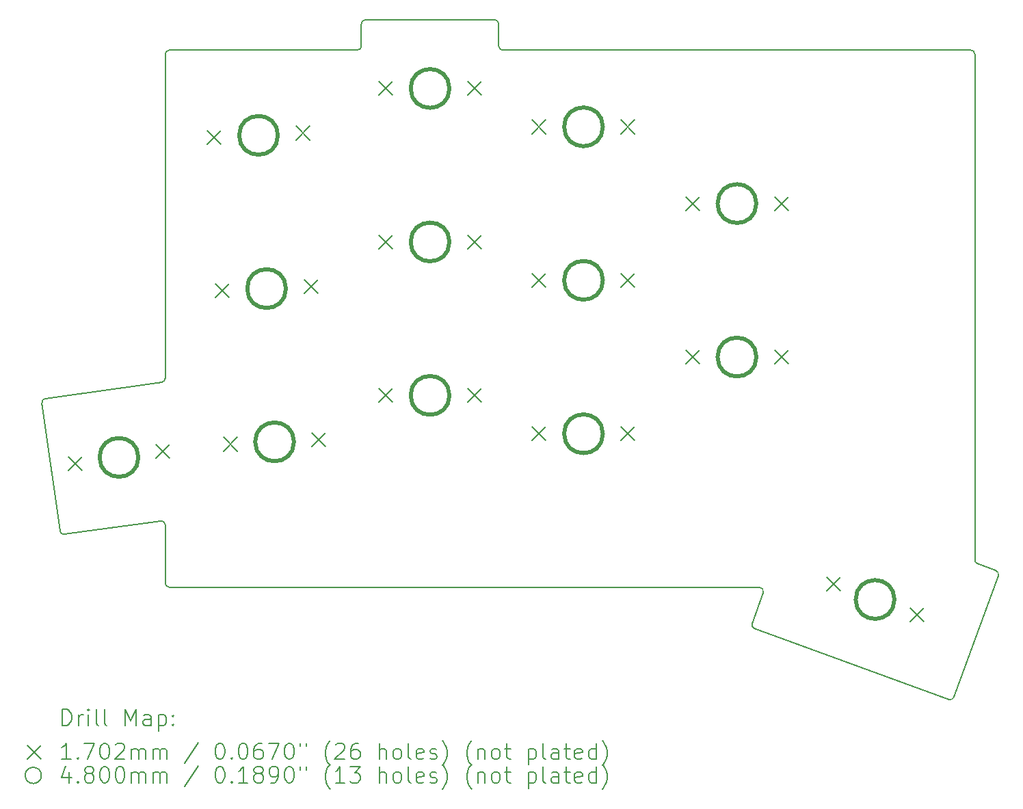
<source format=gbr>
%TF.GenerationSoftware,KiCad,Pcbnew,8.0.6-1.fc41*%
%TF.CreationDate,2024-12-09T09:59:33+11:00*%
%TF.ProjectId,pueo-mx-spaced,7075656f-2d6d-4782-9d73-70616365642e,0.1*%
%TF.SameCoordinates,Original*%
%TF.FileFunction,Drillmap*%
%TF.FilePolarity,Positive*%
%FSLAX45Y45*%
G04 Gerber Fmt 4.5, Leading zero omitted, Abs format (unit mm)*
G04 Created by KiCad (PCBNEW 8.0.6-1.fc41) date 2024-12-09 09:59:33*
%MOMM*%
%LPD*%
G01*
G04 APERTURE LIST*
%ADD10C,0.150000*%
%ADD11C,0.200000*%
%ADD12C,0.170180*%
%ADD13C,0.480000*%
G04 APERTURE END LIST*
D10*
X20284162Y-5575847D02*
X14489162Y-5575847D01*
X20334162Y-11887789D02*
X20334162Y-5625847D01*
X20284162Y-5575847D02*
G75*
G02*
X20334167Y-5625847I0J-50005D01*
G01*
X20367061Y-11934773D02*
G75*
G02*
X20334164Y-11887789I17101J46982D01*
G01*
X20593719Y-12017270D02*
X20367061Y-11934773D01*
X12739162Y-5250846D02*
G75*
G02*
X12789162Y-5200844I50003J-1D01*
G01*
X12739162Y-5525847D02*
G75*
G02*
X12689162Y-5575844I-49997J-1D01*
G01*
X8784402Y-9944600D02*
X9007079Y-11529029D01*
X8826956Y-9888128D02*
X10268621Y-9685516D01*
X10311662Y-5625847D02*
G75*
G02*
X10361662Y-5575844I50003J-1D01*
G01*
X20076371Y-13584864D02*
G75*
G02*
X20012283Y-13614751I-46986J17097D01*
G01*
X14489162Y-5575847D02*
G75*
G02*
X14439165Y-5525847I4J50000D01*
G01*
X17713535Y-12292948D02*
X17574721Y-12674338D01*
X10311662Y-9636002D02*
G75*
G02*
X10268620Y-9685508I-49996J5D01*
G01*
X14389162Y-5200847D02*
X12789162Y-5200847D01*
X12689162Y-5575847D02*
X10361662Y-5575847D01*
X10311662Y-11453692D02*
X10311662Y-12175847D01*
X14439162Y-5525847D02*
X14439162Y-5250847D01*
X10254703Y-11404179D02*
G75*
G02*
X10311661Y-11453692I6962J-49509D01*
G01*
X9063551Y-11571584D02*
G75*
G02*
X9007080Y-11529029I-6955J49517D01*
G01*
X17604605Y-12738423D02*
G75*
G02*
X17574719Y-12674337I17100J46986D01*
G01*
X20076371Y-13584864D02*
X20623603Y-12081356D01*
X8784402Y-9944601D02*
G75*
G02*
X8826956Y-9888124I49513J6963D01*
G01*
X17604605Y-12738423D02*
X20012285Y-13614747D01*
X17666551Y-12225847D02*
G75*
G02*
X17713540Y-12292950I4J-50001D01*
G01*
X10361662Y-12225847D02*
X17666551Y-12225847D01*
X10311662Y-5625847D02*
X10311662Y-9636002D01*
X10361662Y-12225847D02*
G75*
G02*
X10311666Y-12175847I3J49999D01*
G01*
X20593719Y-12017270D02*
G75*
G02*
X20623604Y-12081356I-17104J-46987D01*
G01*
X9063551Y-11571584D02*
X10254703Y-11404179D01*
X14389162Y-5200847D02*
G75*
G02*
X14439165Y-5250847I3J-50000D01*
G01*
X12739162Y-5250846D02*
X12739162Y-5525847D01*
D11*
D12*
X9107731Y-10609973D02*
X9277911Y-10780153D01*
X9277911Y-10609973D02*
X9107731Y-10780153D01*
X10197025Y-10456883D02*
X10367205Y-10627063D01*
X10367205Y-10456883D02*
X10197025Y-10627063D01*
X10831076Y-6574908D02*
X11001256Y-6745088D01*
X11001256Y-6574908D02*
X10831076Y-6745088D01*
X10930515Y-8472303D02*
X11100695Y-8642483D01*
X11100695Y-8472303D02*
X10930515Y-8642483D01*
X11029953Y-10369700D02*
X11200133Y-10539880D01*
X11200133Y-10369700D02*
X11029953Y-10539880D01*
X11929569Y-6517338D02*
X12099749Y-6687518D01*
X12099749Y-6517338D02*
X11929569Y-6687518D01*
X12029007Y-8414734D02*
X12199187Y-8584914D01*
X12199187Y-8414734D02*
X12029007Y-8584914D01*
X12128445Y-10312130D02*
X12298625Y-10482310D01*
X12298625Y-10312130D02*
X12128445Y-10482310D01*
X12954072Y-7865756D02*
X13124252Y-8035936D01*
X13124252Y-7865756D02*
X12954072Y-8035936D01*
X12954072Y-9765757D02*
X13124252Y-9935937D01*
X13124252Y-9765757D02*
X12954072Y-9935937D01*
X12954072Y-5965756D02*
X13124252Y-6135936D01*
X13124252Y-5965756D02*
X12954072Y-6135936D01*
X14054071Y-7865757D02*
X14224251Y-8035937D01*
X14224251Y-7865757D02*
X14054071Y-8035937D01*
X14054071Y-9765757D02*
X14224251Y-9935937D01*
X14224251Y-9765757D02*
X14054071Y-9935937D01*
X14054072Y-5965757D02*
X14224252Y-6135937D01*
X14224252Y-5965757D02*
X14054072Y-6135937D01*
X14854072Y-10240756D02*
X15024252Y-10410936D01*
X15024252Y-10240756D02*
X14854072Y-10410936D01*
X14854072Y-6440757D02*
X15024252Y-6610937D01*
X15024252Y-6440757D02*
X14854072Y-6610937D01*
X14854072Y-8340757D02*
X15024252Y-8510937D01*
X15024252Y-8340757D02*
X14854072Y-8510937D01*
X15954072Y-10240757D02*
X16124252Y-10410937D01*
X16124252Y-10240757D02*
X15954072Y-10410937D01*
X15954072Y-6440757D02*
X16124252Y-6610937D01*
X16124252Y-6440757D02*
X15954072Y-6610937D01*
X15954072Y-8340757D02*
X16124252Y-8510937D01*
X16124252Y-8340757D02*
X15954072Y-8510937D01*
X16754072Y-9290756D02*
X16924252Y-9460936D01*
X16924252Y-9290756D02*
X16754072Y-9460936D01*
X16754072Y-7390757D02*
X16924252Y-7560937D01*
X16924252Y-7390757D02*
X16754072Y-7560937D01*
X17854072Y-9290757D02*
X18024252Y-9460937D01*
X18024252Y-9290757D02*
X17854072Y-9460937D01*
X17854072Y-7390757D02*
X18024252Y-7560937D01*
X18024252Y-7390757D02*
X17854072Y-7560937D01*
X18497241Y-12104646D02*
X18667421Y-12274826D01*
X18667421Y-12104646D02*
X18497241Y-12274826D01*
X19530903Y-12480868D02*
X19701083Y-12651048D01*
X19701083Y-12480868D02*
X19530903Y-12651048D01*
D13*
X9977468Y-10618518D02*
G75*
G02*
X9497468Y-10618518I-240000J0D01*
G01*
X9497468Y-10618518D02*
G75*
G02*
X9977468Y-10618518I240000J0D01*
G01*
X11705413Y-6631213D02*
G75*
G02*
X11225413Y-6631213I-240000J0D01*
G01*
X11225413Y-6631213D02*
G75*
G02*
X11705413Y-6631213I240000J0D01*
G01*
X11804851Y-8528608D02*
G75*
G02*
X11324851Y-8528608I-240000J0D01*
G01*
X11324851Y-8528608D02*
G75*
G02*
X11804851Y-8528608I240000J0D01*
G01*
X11904289Y-10426005D02*
G75*
G02*
X11424289Y-10426005I-240000J0D01*
G01*
X11424289Y-10426005D02*
G75*
G02*
X11904289Y-10426005I240000J0D01*
G01*
X13829161Y-7950847D02*
G75*
G02*
X13349161Y-7950847I-240000J0D01*
G01*
X13349161Y-7950847D02*
G75*
G02*
X13829161Y-7950847I240000J0D01*
G01*
X13829162Y-9850847D02*
G75*
G02*
X13349162Y-9850847I-240000J0D01*
G01*
X13349162Y-9850847D02*
G75*
G02*
X13829162Y-9850847I240000J0D01*
G01*
X13829162Y-6050847D02*
G75*
G02*
X13349162Y-6050847I-240000J0D01*
G01*
X13349162Y-6050847D02*
G75*
G02*
X13829162Y-6050847I240000J0D01*
G01*
X15729162Y-10325847D02*
G75*
G02*
X15249162Y-10325847I-240000J0D01*
G01*
X15249162Y-10325847D02*
G75*
G02*
X15729162Y-10325847I240000J0D01*
G01*
X15729162Y-6525847D02*
G75*
G02*
X15249162Y-6525847I-240000J0D01*
G01*
X15249162Y-6525847D02*
G75*
G02*
X15729162Y-6525847I240000J0D01*
G01*
X15729162Y-8425847D02*
G75*
G02*
X15249162Y-8425847I-240000J0D01*
G01*
X15249162Y-8425847D02*
G75*
G02*
X15729162Y-8425847I240000J0D01*
G01*
X17629162Y-9375847D02*
G75*
G02*
X17149162Y-9375847I-240000J0D01*
G01*
X17149162Y-9375847D02*
G75*
G02*
X17629162Y-9375847I240000J0D01*
G01*
X17629162Y-7475847D02*
G75*
G02*
X17149162Y-7475847I-240000J0D01*
G01*
X17149162Y-7475847D02*
G75*
G02*
X17629162Y-7475847I240000J0D01*
G01*
X19339162Y-12377847D02*
G75*
G02*
X18859162Y-12377847I-240000J0D01*
G01*
X18859162Y-12377847D02*
G75*
G02*
X19339162Y-12377847I240000J0D01*
G01*
D11*
X9037191Y-13936750D02*
X9037191Y-13736750D01*
X9037191Y-13736750D02*
X9084810Y-13736750D01*
X9084810Y-13736750D02*
X9113382Y-13746274D01*
X9113382Y-13746274D02*
X9132429Y-13765322D01*
X9132429Y-13765322D02*
X9141953Y-13784369D01*
X9141953Y-13784369D02*
X9151477Y-13822465D01*
X9151477Y-13822465D02*
X9151477Y-13851036D01*
X9151477Y-13851036D02*
X9141953Y-13889131D01*
X9141953Y-13889131D02*
X9132429Y-13908179D01*
X9132429Y-13908179D02*
X9113382Y-13927227D01*
X9113382Y-13927227D02*
X9084810Y-13936750D01*
X9084810Y-13936750D02*
X9037191Y-13936750D01*
X9237191Y-13936750D02*
X9237191Y-13803417D01*
X9237191Y-13841512D02*
X9246715Y-13822465D01*
X9246715Y-13822465D02*
X9256239Y-13812941D01*
X9256239Y-13812941D02*
X9275287Y-13803417D01*
X9275287Y-13803417D02*
X9294334Y-13803417D01*
X9361001Y-13936750D02*
X9361001Y-13803417D01*
X9361001Y-13736750D02*
X9351477Y-13746274D01*
X9351477Y-13746274D02*
X9361001Y-13755798D01*
X9361001Y-13755798D02*
X9370525Y-13746274D01*
X9370525Y-13746274D02*
X9361001Y-13736750D01*
X9361001Y-13736750D02*
X9361001Y-13755798D01*
X9484810Y-13936750D02*
X9465763Y-13927227D01*
X9465763Y-13927227D02*
X9456239Y-13908179D01*
X9456239Y-13908179D02*
X9456239Y-13736750D01*
X9589572Y-13936750D02*
X9570525Y-13927227D01*
X9570525Y-13927227D02*
X9561001Y-13908179D01*
X9561001Y-13908179D02*
X9561001Y-13736750D01*
X9818144Y-13936750D02*
X9818144Y-13736750D01*
X9818144Y-13736750D02*
X9884810Y-13879607D01*
X9884810Y-13879607D02*
X9951477Y-13736750D01*
X9951477Y-13736750D02*
X9951477Y-13936750D01*
X10132429Y-13936750D02*
X10132429Y-13831988D01*
X10132429Y-13831988D02*
X10122906Y-13812941D01*
X10122906Y-13812941D02*
X10103858Y-13803417D01*
X10103858Y-13803417D02*
X10065763Y-13803417D01*
X10065763Y-13803417D02*
X10046715Y-13812941D01*
X10132429Y-13927227D02*
X10113382Y-13936750D01*
X10113382Y-13936750D02*
X10065763Y-13936750D01*
X10065763Y-13936750D02*
X10046715Y-13927227D01*
X10046715Y-13927227D02*
X10037191Y-13908179D01*
X10037191Y-13908179D02*
X10037191Y-13889131D01*
X10037191Y-13889131D02*
X10046715Y-13870084D01*
X10046715Y-13870084D02*
X10065763Y-13860560D01*
X10065763Y-13860560D02*
X10113382Y-13860560D01*
X10113382Y-13860560D02*
X10132429Y-13851036D01*
X10227668Y-13803417D02*
X10227668Y-14003417D01*
X10227668Y-13812941D02*
X10246715Y-13803417D01*
X10246715Y-13803417D02*
X10284810Y-13803417D01*
X10284810Y-13803417D02*
X10303858Y-13812941D01*
X10303858Y-13812941D02*
X10313382Y-13822465D01*
X10313382Y-13822465D02*
X10322906Y-13841512D01*
X10322906Y-13841512D02*
X10322906Y-13898655D01*
X10322906Y-13898655D02*
X10313382Y-13917703D01*
X10313382Y-13917703D02*
X10303858Y-13927227D01*
X10303858Y-13927227D02*
X10284810Y-13936750D01*
X10284810Y-13936750D02*
X10246715Y-13936750D01*
X10246715Y-13936750D02*
X10227668Y-13927227D01*
X10408620Y-13917703D02*
X10418144Y-13927227D01*
X10418144Y-13927227D02*
X10408620Y-13936750D01*
X10408620Y-13936750D02*
X10399096Y-13927227D01*
X10399096Y-13927227D02*
X10408620Y-13917703D01*
X10408620Y-13917703D02*
X10408620Y-13936750D01*
X10408620Y-13812941D02*
X10418144Y-13822465D01*
X10418144Y-13822465D02*
X10408620Y-13831988D01*
X10408620Y-13831988D02*
X10399096Y-13822465D01*
X10399096Y-13822465D02*
X10408620Y-13812941D01*
X10408620Y-13812941D02*
X10408620Y-13831988D01*
D12*
X8606235Y-14180177D02*
X8776415Y-14350357D01*
X8776415Y-14180177D02*
X8606235Y-14350357D01*
D11*
X9141953Y-14356750D02*
X9027668Y-14356750D01*
X9084810Y-14356750D02*
X9084810Y-14156750D01*
X9084810Y-14156750D02*
X9065763Y-14185322D01*
X9065763Y-14185322D02*
X9046715Y-14204369D01*
X9046715Y-14204369D02*
X9027668Y-14213893D01*
X9227668Y-14337703D02*
X9237191Y-14347227D01*
X9237191Y-14347227D02*
X9227668Y-14356750D01*
X9227668Y-14356750D02*
X9218144Y-14347227D01*
X9218144Y-14347227D02*
X9227668Y-14337703D01*
X9227668Y-14337703D02*
X9227668Y-14356750D01*
X9303858Y-14156750D02*
X9437191Y-14156750D01*
X9437191Y-14156750D02*
X9351477Y-14356750D01*
X9551477Y-14156750D02*
X9570525Y-14156750D01*
X9570525Y-14156750D02*
X9589572Y-14166274D01*
X9589572Y-14166274D02*
X9599096Y-14175798D01*
X9599096Y-14175798D02*
X9608620Y-14194846D01*
X9608620Y-14194846D02*
X9618144Y-14232941D01*
X9618144Y-14232941D02*
X9618144Y-14280560D01*
X9618144Y-14280560D02*
X9608620Y-14318655D01*
X9608620Y-14318655D02*
X9599096Y-14337703D01*
X9599096Y-14337703D02*
X9589572Y-14347227D01*
X9589572Y-14347227D02*
X9570525Y-14356750D01*
X9570525Y-14356750D02*
X9551477Y-14356750D01*
X9551477Y-14356750D02*
X9532429Y-14347227D01*
X9532429Y-14347227D02*
X9522906Y-14337703D01*
X9522906Y-14337703D02*
X9513382Y-14318655D01*
X9513382Y-14318655D02*
X9503858Y-14280560D01*
X9503858Y-14280560D02*
X9503858Y-14232941D01*
X9503858Y-14232941D02*
X9513382Y-14194846D01*
X9513382Y-14194846D02*
X9522906Y-14175798D01*
X9522906Y-14175798D02*
X9532429Y-14166274D01*
X9532429Y-14166274D02*
X9551477Y-14156750D01*
X9694334Y-14175798D02*
X9703858Y-14166274D01*
X9703858Y-14166274D02*
X9722906Y-14156750D01*
X9722906Y-14156750D02*
X9770525Y-14156750D01*
X9770525Y-14156750D02*
X9789572Y-14166274D01*
X9789572Y-14166274D02*
X9799096Y-14175798D01*
X9799096Y-14175798D02*
X9808620Y-14194846D01*
X9808620Y-14194846D02*
X9808620Y-14213893D01*
X9808620Y-14213893D02*
X9799096Y-14242465D01*
X9799096Y-14242465D02*
X9684810Y-14356750D01*
X9684810Y-14356750D02*
X9808620Y-14356750D01*
X9894334Y-14356750D02*
X9894334Y-14223417D01*
X9894334Y-14242465D02*
X9903858Y-14232941D01*
X9903858Y-14232941D02*
X9922906Y-14223417D01*
X9922906Y-14223417D02*
X9951477Y-14223417D01*
X9951477Y-14223417D02*
X9970525Y-14232941D01*
X9970525Y-14232941D02*
X9980049Y-14251988D01*
X9980049Y-14251988D02*
X9980049Y-14356750D01*
X9980049Y-14251988D02*
X9989572Y-14232941D01*
X9989572Y-14232941D02*
X10008620Y-14223417D01*
X10008620Y-14223417D02*
X10037191Y-14223417D01*
X10037191Y-14223417D02*
X10056239Y-14232941D01*
X10056239Y-14232941D02*
X10065763Y-14251988D01*
X10065763Y-14251988D02*
X10065763Y-14356750D01*
X10161001Y-14356750D02*
X10161001Y-14223417D01*
X10161001Y-14242465D02*
X10170525Y-14232941D01*
X10170525Y-14232941D02*
X10189572Y-14223417D01*
X10189572Y-14223417D02*
X10218144Y-14223417D01*
X10218144Y-14223417D02*
X10237191Y-14232941D01*
X10237191Y-14232941D02*
X10246715Y-14251988D01*
X10246715Y-14251988D02*
X10246715Y-14356750D01*
X10246715Y-14251988D02*
X10256239Y-14232941D01*
X10256239Y-14232941D02*
X10275287Y-14223417D01*
X10275287Y-14223417D02*
X10303858Y-14223417D01*
X10303858Y-14223417D02*
X10322906Y-14232941D01*
X10322906Y-14232941D02*
X10332430Y-14251988D01*
X10332430Y-14251988D02*
X10332430Y-14356750D01*
X10722906Y-14147227D02*
X10551477Y-14404369D01*
X10980049Y-14156750D02*
X10999096Y-14156750D01*
X10999096Y-14156750D02*
X11018144Y-14166274D01*
X11018144Y-14166274D02*
X11027668Y-14175798D01*
X11027668Y-14175798D02*
X11037192Y-14194846D01*
X11037192Y-14194846D02*
X11046715Y-14232941D01*
X11046715Y-14232941D02*
X11046715Y-14280560D01*
X11046715Y-14280560D02*
X11037192Y-14318655D01*
X11037192Y-14318655D02*
X11027668Y-14337703D01*
X11027668Y-14337703D02*
X11018144Y-14347227D01*
X11018144Y-14347227D02*
X10999096Y-14356750D01*
X10999096Y-14356750D02*
X10980049Y-14356750D01*
X10980049Y-14356750D02*
X10961001Y-14347227D01*
X10961001Y-14347227D02*
X10951477Y-14337703D01*
X10951477Y-14337703D02*
X10941953Y-14318655D01*
X10941953Y-14318655D02*
X10932430Y-14280560D01*
X10932430Y-14280560D02*
X10932430Y-14232941D01*
X10932430Y-14232941D02*
X10941953Y-14194846D01*
X10941953Y-14194846D02*
X10951477Y-14175798D01*
X10951477Y-14175798D02*
X10961001Y-14166274D01*
X10961001Y-14166274D02*
X10980049Y-14156750D01*
X11132430Y-14337703D02*
X11141953Y-14347227D01*
X11141953Y-14347227D02*
X11132430Y-14356750D01*
X11132430Y-14356750D02*
X11122906Y-14347227D01*
X11122906Y-14347227D02*
X11132430Y-14337703D01*
X11132430Y-14337703D02*
X11132430Y-14356750D01*
X11265763Y-14156750D02*
X11284811Y-14156750D01*
X11284811Y-14156750D02*
X11303858Y-14166274D01*
X11303858Y-14166274D02*
X11313382Y-14175798D01*
X11313382Y-14175798D02*
X11322906Y-14194846D01*
X11322906Y-14194846D02*
X11332430Y-14232941D01*
X11332430Y-14232941D02*
X11332430Y-14280560D01*
X11332430Y-14280560D02*
X11322906Y-14318655D01*
X11322906Y-14318655D02*
X11313382Y-14337703D01*
X11313382Y-14337703D02*
X11303858Y-14347227D01*
X11303858Y-14347227D02*
X11284811Y-14356750D01*
X11284811Y-14356750D02*
X11265763Y-14356750D01*
X11265763Y-14356750D02*
X11246715Y-14347227D01*
X11246715Y-14347227D02*
X11237191Y-14337703D01*
X11237191Y-14337703D02*
X11227668Y-14318655D01*
X11227668Y-14318655D02*
X11218144Y-14280560D01*
X11218144Y-14280560D02*
X11218144Y-14232941D01*
X11218144Y-14232941D02*
X11227668Y-14194846D01*
X11227668Y-14194846D02*
X11237191Y-14175798D01*
X11237191Y-14175798D02*
X11246715Y-14166274D01*
X11246715Y-14166274D02*
X11265763Y-14156750D01*
X11503858Y-14156750D02*
X11465763Y-14156750D01*
X11465763Y-14156750D02*
X11446715Y-14166274D01*
X11446715Y-14166274D02*
X11437191Y-14175798D01*
X11437191Y-14175798D02*
X11418144Y-14204369D01*
X11418144Y-14204369D02*
X11408620Y-14242465D01*
X11408620Y-14242465D02*
X11408620Y-14318655D01*
X11408620Y-14318655D02*
X11418144Y-14337703D01*
X11418144Y-14337703D02*
X11427668Y-14347227D01*
X11427668Y-14347227D02*
X11446715Y-14356750D01*
X11446715Y-14356750D02*
X11484811Y-14356750D01*
X11484811Y-14356750D02*
X11503858Y-14347227D01*
X11503858Y-14347227D02*
X11513382Y-14337703D01*
X11513382Y-14337703D02*
X11522906Y-14318655D01*
X11522906Y-14318655D02*
X11522906Y-14271036D01*
X11522906Y-14271036D02*
X11513382Y-14251988D01*
X11513382Y-14251988D02*
X11503858Y-14242465D01*
X11503858Y-14242465D02*
X11484811Y-14232941D01*
X11484811Y-14232941D02*
X11446715Y-14232941D01*
X11446715Y-14232941D02*
X11427668Y-14242465D01*
X11427668Y-14242465D02*
X11418144Y-14251988D01*
X11418144Y-14251988D02*
X11408620Y-14271036D01*
X11589572Y-14156750D02*
X11722906Y-14156750D01*
X11722906Y-14156750D02*
X11637191Y-14356750D01*
X11837191Y-14156750D02*
X11856239Y-14156750D01*
X11856239Y-14156750D02*
X11875287Y-14166274D01*
X11875287Y-14166274D02*
X11884811Y-14175798D01*
X11884811Y-14175798D02*
X11894334Y-14194846D01*
X11894334Y-14194846D02*
X11903858Y-14232941D01*
X11903858Y-14232941D02*
X11903858Y-14280560D01*
X11903858Y-14280560D02*
X11894334Y-14318655D01*
X11894334Y-14318655D02*
X11884811Y-14337703D01*
X11884811Y-14337703D02*
X11875287Y-14347227D01*
X11875287Y-14347227D02*
X11856239Y-14356750D01*
X11856239Y-14356750D02*
X11837191Y-14356750D01*
X11837191Y-14356750D02*
X11818144Y-14347227D01*
X11818144Y-14347227D02*
X11808620Y-14337703D01*
X11808620Y-14337703D02*
X11799096Y-14318655D01*
X11799096Y-14318655D02*
X11789572Y-14280560D01*
X11789572Y-14280560D02*
X11789572Y-14232941D01*
X11789572Y-14232941D02*
X11799096Y-14194846D01*
X11799096Y-14194846D02*
X11808620Y-14175798D01*
X11808620Y-14175798D02*
X11818144Y-14166274D01*
X11818144Y-14166274D02*
X11837191Y-14156750D01*
X11980049Y-14156750D02*
X11980049Y-14194846D01*
X12056239Y-14156750D02*
X12056239Y-14194846D01*
X12351477Y-14432941D02*
X12341953Y-14423417D01*
X12341953Y-14423417D02*
X12322906Y-14394846D01*
X12322906Y-14394846D02*
X12313382Y-14375798D01*
X12313382Y-14375798D02*
X12303858Y-14347227D01*
X12303858Y-14347227D02*
X12294334Y-14299607D01*
X12294334Y-14299607D02*
X12294334Y-14261512D01*
X12294334Y-14261512D02*
X12303858Y-14213893D01*
X12303858Y-14213893D02*
X12313382Y-14185322D01*
X12313382Y-14185322D02*
X12322906Y-14166274D01*
X12322906Y-14166274D02*
X12341953Y-14137703D01*
X12341953Y-14137703D02*
X12351477Y-14128179D01*
X12418144Y-14175798D02*
X12427668Y-14166274D01*
X12427668Y-14166274D02*
X12446715Y-14156750D01*
X12446715Y-14156750D02*
X12494334Y-14156750D01*
X12494334Y-14156750D02*
X12513382Y-14166274D01*
X12513382Y-14166274D02*
X12522906Y-14175798D01*
X12522906Y-14175798D02*
X12532430Y-14194846D01*
X12532430Y-14194846D02*
X12532430Y-14213893D01*
X12532430Y-14213893D02*
X12522906Y-14242465D01*
X12522906Y-14242465D02*
X12408620Y-14356750D01*
X12408620Y-14356750D02*
X12532430Y-14356750D01*
X12703858Y-14156750D02*
X12665763Y-14156750D01*
X12665763Y-14156750D02*
X12646715Y-14166274D01*
X12646715Y-14166274D02*
X12637192Y-14175798D01*
X12637192Y-14175798D02*
X12618144Y-14204369D01*
X12618144Y-14204369D02*
X12608620Y-14242465D01*
X12608620Y-14242465D02*
X12608620Y-14318655D01*
X12608620Y-14318655D02*
X12618144Y-14337703D01*
X12618144Y-14337703D02*
X12627668Y-14347227D01*
X12627668Y-14347227D02*
X12646715Y-14356750D01*
X12646715Y-14356750D02*
X12684811Y-14356750D01*
X12684811Y-14356750D02*
X12703858Y-14347227D01*
X12703858Y-14347227D02*
X12713382Y-14337703D01*
X12713382Y-14337703D02*
X12722906Y-14318655D01*
X12722906Y-14318655D02*
X12722906Y-14271036D01*
X12722906Y-14271036D02*
X12713382Y-14251988D01*
X12713382Y-14251988D02*
X12703858Y-14242465D01*
X12703858Y-14242465D02*
X12684811Y-14232941D01*
X12684811Y-14232941D02*
X12646715Y-14232941D01*
X12646715Y-14232941D02*
X12627668Y-14242465D01*
X12627668Y-14242465D02*
X12618144Y-14251988D01*
X12618144Y-14251988D02*
X12608620Y-14271036D01*
X12961001Y-14356750D02*
X12961001Y-14156750D01*
X13046715Y-14356750D02*
X13046715Y-14251988D01*
X13046715Y-14251988D02*
X13037192Y-14232941D01*
X13037192Y-14232941D02*
X13018144Y-14223417D01*
X13018144Y-14223417D02*
X12989573Y-14223417D01*
X12989573Y-14223417D02*
X12970525Y-14232941D01*
X12970525Y-14232941D02*
X12961001Y-14242465D01*
X13170525Y-14356750D02*
X13151477Y-14347227D01*
X13151477Y-14347227D02*
X13141954Y-14337703D01*
X13141954Y-14337703D02*
X13132430Y-14318655D01*
X13132430Y-14318655D02*
X13132430Y-14261512D01*
X13132430Y-14261512D02*
X13141954Y-14242465D01*
X13141954Y-14242465D02*
X13151477Y-14232941D01*
X13151477Y-14232941D02*
X13170525Y-14223417D01*
X13170525Y-14223417D02*
X13199096Y-14223417D01*
X13199096Y-14223417D02*
X13218144Y-14232941D01*
X13218144Y-14232941D02*
X13227668Y-14242465D01*
X13227668Y-14242465D02*
X13237192Y-14261512D01*
X13237192Y-14261512D02*
X13237192Y-14318655D01*
X13237192Y-14318655D02*
X13227668Y-14337703D01*
X13227668Y-14337703D02*
X13218144Y-14347227D01*
X13218144Y-14347227D02*
X13199096Y-14356750D01*
X13199096Y-14356750D02*
X13170525Y-14356750D01*
X13351477Y-14356750D02*
X13332430Y-14347227D01*
X13332430Y-14347227D02*
X13322906Y-14328179D01*
X13322906Y-14328179D02*
X13322906Y-14156750D01*
X13503858Y-14347227D02*
X13484811Y-14356750D01*
X13484811Y-14356750D02*
X13446715Y-14356750D01*
X13446715Y-14356750D02*
X13427668Y-14347227D01*
X13427668Y-14347227D02*
X13418144Y-14328179D01*
X13418144Y-14328179D02*
X13418144Y-14251988D01*
X13418144Y-14251988D02*
X13427668Y-14232941D01*
X13427668Y-14232941D02*
X13446715Y-14223417D01*
X13446715Y-14223417D02*
X13484811Y-14223417D01*
X13484811Y-14223417D02*
X13503858Y-14232941D01*
X13503858Y-14232941D02*
X13513382Y-14251988D01*
X13513382Y-14251988D02*
X13513382Y-14271036D01*
X13513382Y-14271036D02*
X13418144Y-14290084D01*
X13589573Y-14347227D02*
X13608620Y-14356750D01*
X13608620Y-14356750D02*
X13646715Y-14356750D01*
X13646715Y-14356750D02*
X13665763Y-14347227D01*
X13665763Y-14347227D02*
X13675287Y-14328179D01*
X13675287Y-14328179D02*
X13675287Y-14318655D01*
X13675287Y-14318655D02*
X13665763Y-14299607D01*
X13665763Y-14299607D02*
X13646715Y-14290084D01*
X13646715Y-14290084D02*
X13618144Y-14290084D01*
X13618144Y-14290084D02*
X13599096Y-14280560D01*
X13599096Y-14280560D02*
X13589573Y-14261512D01*
X13589573Y-14261512D02*
X13589573Y-14251988D01*
X13589573Y-14251988D02*
X13599096Y-14232941D01*
X13599096Y-14232941D02*
X13618144Y-14223417D01*
X13618144Y-14223417D02*
X13646715Y-14223417D01*
X13646715Y-14223417D02*
X13665763Y-14232941D01*
X13741954Y-14432941D02*
X13751477Y-14423417D01*
X13751477Y-14423417D02*
X13770525Y-14394846D01*
X13770525Y-14394846D02*
X13780049Y-14375798D01*
X13780049Y-14375798D02*
X13789573Y-14347227D01*
X13789573Y-14347227D02*
X13799096Y-14299607D01*
X13799096Y-14299607D02*
X13799096Y-14261512D01*
X13799096Y-14261512D02*
X13789573Y-14213893D01*
X13789573Y-14213893D02*
X13780049Y-14185322D01*
X13780049Y-14185322D02*
X13770525Y-14166274D01*
X13770525Y-14166274D02*
X13751477Y-14137703D01*
X13751477Y-14137703D02*
X13741954Y-14128179D01*
X14103858Y-14432941D02*
X14094335Y-14423417D01*
X14094335Y-14423417D02*
X14075287Y-14394846D01*
X14075287Y-14394846D02*
X14065763Y-14375798D01*
X14065763Y-14375798D02*
X14056239Y-14347227D01*
X14056239Y-14347227D02*
X14046716Y-14299607D01*
X14046716Y-14299607D02*
X14046716Y-14261512D01*
X14046716Y-14261512D02*
X14056239Y-14213893D01*
X14056239Y-14213893D02*
X14065763Y-14185322D01*
X14065763Y-14185322D02*
X14075287Y-14166274D01*
X14075287Y-14166274D02*
X14094335Y-14137703D01*
X14094335Y-14137703D02*
X14103858Y-14128179D01*
X14180049Y-14223417D02*
X14180049Y-14356750D01*
X14180049Y-14242465D02*
X14189573Y-14232941D01*
X14189573Y-14232941D02*
X14208620Y-14223417D01*
X14208620Y-14223417D02*
X14237192Y-14223417D01*
X14237192Y-14223417D02*
X14256239Y-14232941D01*
X14256239Y-14232941D02*
X14265763Y-14251988D01*
X14265763Y-14251988D02*
X14265763Y-14356750D01*
X14389573Y-14356750D02*
X14370525Y-14347227D01*
X14370525Y-14347227D02*
X14361001Y-14337703D01*
X14361001Y-14337703D02*
X14351477Y-14318655D01*
X14351477Y-14318655D02*
X14351477Y-14261512D01*
X14351477Y-14261512D02*
X14361001Y-14242465D01*
X14361001Y-14242465D02*
X14370525Y-14232941D01*
X14370525Y-14232941D02*
X14389573Y-14223417D01*
X14389573Y-14223417D02*
X14418144Y-14223417D01*
X14418144Y-14223417D02*
X14437192Y-14232941D01*
X14437192Y-14232941D02*
X14446716Y-14242465D01*
X14446716Y-14242465D02*
X14456239Y-14261512D01*
X14456239Y-14261512D02*
X14456239Y-14318655D01*
X14456239Y-14318655D02*
X14446716Y-14337703D01*
X14446716Y-14337703D02*
X14437192Y-14347227D01*
X14437192Y-14347227D02*
X14418144Y-14356750D01*
X14418144Y-14356750D02*
X14389573Y-14356750D01*
X14513382Y-14223417D02*
X14589573Y-14223417D01*
X14541954Y-14156750D02*
X14541954Y-14328179D01*
X14541954Y-14328179D02*
X14551477Y-14347227D01*
X14551477Y-14347227D02*
X14570525Y-14356750D01*
X14570525Y-14356750D02*
X14589573Y-14356750D01*
X14808620Y-14223417D02*
X14808620Y-14423417D01*
X14808620Y-14232941D02*
X14827668Y-14223417D01*
X14827668Y-14223417D02*
X14865763Y-14223417D01*
X14865763Y-14223417D02*
X14884811Y-14232941D01*
X14884811Y-14232941D02*
X14894335Y-14242465D01*
X14894335Y-14242465D02*
X14903858Y-14261512D01*
X14903858Y-14261512D02*
X14903858Y-14318655D01*
X14903858Y-14318655D02*
X14894335Y-14337703D01*
X14894335Y-14337703D02*
X14884811Y-14347227D01*
X14884811Y-14347227D02*
X14865763Y-14356750D01*
X14865763Y-14356750D02*
X14827668Y-14356750D01*
X14827668Y-14356750D02*
X14808620Y-14347227D01*
X15018144Y-14356750D02*
X14999097Y-14347227D01*
X14999097Y-14347227D02*
X14989573Y-14328179D01*
X14989573Y-14328179D02*
X14989573Y-14156750D01*
X15180049Y-14356750D02*
X15180049Y-14251988D01*
X15180049Y-14251988D02*
X15170525Y-14232941D01*
X15170525Y-14232941D02*
X15151478Y-14223417D01*
X15151478Y-14223417D02*
X15113382Y-14223417D01*
X15113382Y-14223417D02*
X15094335Y-14232941D01*
X15180049Y-14347227D02*
X15161001Y-14356750D01*
X15161001Y-14356750D02*
X15113382Y-14356750D01*
X15113382Y-14356750D02*
X15094335Y-14347227D01*
X15094335Y-14347227D02*
X15084811Y-14328179D01*
X15084811Y-14328179D02*
X15084811Y-14309131D01*
X15084811Y-14309131D02*
X15094335Y-14290084D01*
X15094335Y-14290084D02*
X15113382Y-14280560D01*
X15113382Y-14280560D02*
X15161001Y-14280560D01*
X15161001Y-14280560D02*
X15180049Y-14271036D01*
X15246716Y-14223417D02*
X15322906Y-14223417D01*
X15275287Y-14156750D02*
X15275287Y-14328179D01*
X15275287Y-14328179D02*
X15284811Y-14347227D01*
X15284811Y-14347227D02*
X15303858Y-14356750D01*
X15303858Y-14356750D02*
X15322906Y-14356750D01*
X15465763Y-14347227D02*
X15446716Y-14356750D01*
X15446716Y-14356750D02*
X15408620Y-14356750D01*
X15408620Y-14356750D02*
X15389573Y-14347227D01*
X15389573Y-14347227D02*
X15380049Y-14328179D01*
X15380049Y-14328179D02*
X15380049Y-14251988D01*
X15380049Y-14251988D02*
X15389573Y-14232941D01*
X15389573Y-14232941D02*
X15408620Y-14223417D01*
X15408620Y-14223417D02*
X15446716Y-14223417D01*
X15446716Y-14223417D02*
X15465763Y-14232941D01*
X15465763Y-14232941D02*
X15475287Y-14251988D01*
X15475287Y-14251988D02*
X15475287Y-14271036D01*
X15475287Y-14271036D02*
X15380049Y-14290084D01*
X15646716Y-14356750D02*
X15646716Y-14156750D01*
X15646716Y-14347227D02*
X15627668Y-14356750D01*
X15627668Y-14356750D02*
X15589573Y-14356750D01*
X15589573Y-14356750D02*
X15570525Y-14347227D01*
X15570525Y-14347227D02*
X15561001Y-14337703D01*
X15561001Y-14337703D02*
X15551478Y-14318655D01*
X15551478Y-14318655D02*
X15551478Y-14261512D01*
X15551478Y-14261512D02*
X15561001Y-14242465D01*
X15561001Y-14242465D02*
X15570525Y-14232941D01*
X15570525Y-14232941D02*
X15589573Y-14223417D01*
X15589573Y-14223417D02*
X15627668Y-14223417D01*
X15627668Y-14223417D02*
X15646716Y-14232941D01*
X15722906Y-14432941D02*
X15732430Y-14423417D01*
X15732430Y-14423417D02*
X15751478Y-14394846D01*
X15751478Y-14394846D02*
X15761001Y-14375798D01*
X15761001Y-14375798D02*
X15770525Y-14347227D01*
X15770525Y-14347227D02*
X15780049Y-14299607D01*
X15780049Y-14299607D02*
X15780049Y-14261512D01*
X15780049Y-14261512D02*
X15770525Y-14213893D01*
X15770525Y-14213893D02*
X15761001Y-14185322D01*
X15761001Y-14185322D02*
X15751478Y-14166274D01*
X15751478Y-14166274D02*
X15732430Y-14137703D01*
X15732430Y-14137703D02*
X15722906Y-14128179D01*
X8776415Y-14555447D02*
G75*
G02*
X8576415Y-14555447I-100000J0D01*
G01*
X8576415Y-14555447D02*
G75*
G02*
X8776415Y-14555447I100000J0D01*
G01*
X9122906Y-14513597D02*
X9122906Y-14646930D01*
X9075287Y-14437407D02*
X9027668Y-14580264D01*
X9027668Y-14580264D02*
X9151477Y-14580264D01*
X9227668Y-14627883D02*
X9237191Y-14637407D01*
X9237191Y-14637407D02*
X9227668Y-14646930D01*
X9227668Y-14646930D02*
X9218144Y-14637407D01*
X9218144Y-14637407D02*
X9227668Y-14627883D01*
X9227668Y-14627883D02*
X9227668Y-14646930D01*
X9351477Y-14532645D02*
X9332429Y-14523121D01*
X9332429Y-14523121D02*
X9322906Y-14513597D01*
X9322906Y-14513597D02*
X9313382Y-14494549D01*
X9313382Y-14494549D02*
X9313382Y-14485026D01*
X9313382Y-14485026D02*
X9322906Y-14465978D01*
X9322906Y-14465978D02*
X9332429Y-14456454D01*
X9332429Y-14456454D02*
X9351477Y-14446930D01*
X9351477Y-14446930D02*
X9389572Y-14446930D01*
X9389572Y-14446930D02*
X9408620Y-14456454D01*
X9408620Y-14456454D02*
X9418144Y-14465978D01*
X9418144Y-14465978D02*
X9427668Y-14485026D01*
X9427668Y-14485026D02*
X9427668Y-14494549D01*
X9427668Y-14494549D02*
X9418144Y-14513597D01*
X9418144Y-14513597D02*
X9408620Y-14523121D01*
X9408620Y-14523121D02*
X9389572Y-14532645D01*
X9389572Y-14532645D02*
X9351477Y-14532645D01*
X9351477Y-14532645D02*
X9332429Y-14542168D01*
X9332429Y-14542168D02*
X9322906Y-14551692D01*
X9322906Y-14551692D02*
X9313382Y-14570740D01*
X9313382Y-14570740D02*
X9313382Y-14608835D01*
X9313382Y-14608835D02*
X9322906Y-14627883D01*
X9322906Y-14627883D02*
X9332429Y-14637407D01*
X9332429Y-14637407D02*
X9351477Y-14646930D01*
X9351477Y-14646930D02*
X9389572Y-14646930D01*
X9389572Y-14646930D02*
X9408620Y-14637407D01*
X9408620Y-14637407D02*
X9418144Y-14627883D01*
X9418144Y-14627883D02*
X9427668Y-14608835D01*
X9427668Y-14608835D02*
X9427668Y-14570740D01*
X9427668Y-14570740D02*
X9418144Y-14551692D01*
X9418144Y-14551692D02*
X9408620Y-14542168D01*
X9408620Y-14542168D02*
X9389572Y-14532645D01*
X9551477Y-14446930D02*
X9570525Y-14446930D01*
X9570525Y-14446930D02*
X9589572Y-14456454D01*
X9589572Y-14456454D02*
X9599096Y-14465978D01*
X9599096Y-14465978D02*
X9608620Y-14485026D01*
X9608620Y-14485026D02*
X9618144Y-14523121D01*
X9618144Y-14523121D02*
X9618144Y-14570740D01*
X9618144Y-14570740D02*
X9608620Y-14608835D01*
X9608620Y-14608835D02*
X9599096Y-14627883D01*
X9599096Y-14627883D02*
X9589572Y-14637407D01*
X9589572Y-14637407D02*
X9570525Y-14646930D01*
X9570525Y-14646930D02*
X9551477Y-14646930D01*
X9551477Y-14646930D02*
X9532429Y-14637407D01*
X9532429Y-14637407D02*
X9522906Y-14627883D01*
X9522906Y-14627883D02*
X9513382Y-14608835D01*
X9513382Y-14608835D02*
X9503858Y-14570740D01*
X9503858Y-14570740D02*
X9503858Y-14523121D01*
X9503858Y-14523121D02*
X9513382Y-14485026D01*
X9513382Y-14485026D02*
X9522906Y-14465978D01*
X9522906Y-14465978D02*
X9532429Y-14456454D01*
X9532429Y-14456454D02*
X9551477Y-14446930D01*
X9741953Y-14446930D02*
X9761001Y-14446930D01*
X9761001Y-14446930D02*
X9780049Y-14456454D01*
X9780049Y-14456454D02*
X9789572Y-14465978D01*
X9789572Y-14465978D02*
X9799096Y-14485026D01*
X9799096Y-14485026D02*
X9808620Y-14523121D01*
X9808620Y-14523121D02*
X9808620Y-14570740D01*
X9808620Y-14570740D02*
X9799096Y-14608835D01*
X9799096Y-14608835D02*
X9789572Y-14627883D01*
X9789572Y-14627883D02*
X9780049Y-14637407D01*
X9780049Y-14637407D02*
X9761001Y-14646930D01*
X9761001Y-14646930D02*
X9741953Y-14646930D01*
X9741953Y-14646930D02*
X9722906Y-14637407D01*
X9722906Y-14637407D02*
X9713382Y-14627883D01*
X9713382Y-14627883D02*
X9703858Y-14608835D01*
X9703858Y-14608835D02*
X9694334Y-14570740D01*
X9694334Y-14570740D02*
X9694334Y-14523121D01*
X9694334Y-14523121D02*
X9703858Y-14485026D01*
X9703858Y-14485026D02*
X9713382Y-14465978D01*
X9713382Y-14465978D02*
X9722906Y-14456454D01*
X9722906Y-14456454D02*
X9741953Y-14446930D01*
X9894334Y-14646930D02*
X9894334Y-14513597D01*
X9894334Y-14532645D02*
X9903858Y-14523121D01*
X9903858Y-14523121D02*
X9922906Y-14513597D01*
X9922906Y-14513597D02*
X9951477Y-14513597D01*
X9951477Y-14513597D02*
X9970525Y-14523121D01*
X9970525Y-14523121D02*
X9980049Y-14542168D01*
X9980049Y-14542168D02*
X9980049Y-14646930D01*
X9980049Y-14542168D02*
X9989572Y-14523121D01*
X9989572Y-14523121D02*
X10008620Y-14513597D01*
X10008620Y-14513597D02*
X10037191Y-14513597D01*
X10037191Y-14513597D02*
X10056239Y-14523121D01*
X10056239Y-14523121D02*
X10065763Y-14542168D01*
X10065763Y-14542168D02*
X10065763Y-14646930D01*
X10161001Y-14646930D02*
X10161001Y-14513597D01*
X10161001Y-14532645D02*
X10170525Y-14523121D01*
X10170525Y-14523121D02*
X10189572Y-14513597D01*
X10189572Y-14513597D02*
X10218144Y-14513597D01*
X10218144Y-14513597D02*
X10237191Y-14523121D01*
X10237191Y-14523121D02*
X10246715Y-14542168D01*
X10246715Y-14542168D02*
X10246715Y-14646930D01*
X10246715Y-14542168D02*
X10256239Y-14523121D01*
X10256239Y-14523121D02*
X10275287Y-14513597D01*
X10275287Y-14513597D02*
X10303858Y-14513597D01*
X10303858Y-14513597D02*
X10322906Y-14523121D01*
X10322906Y-14523121D02*
X10332430Y-14542168D01*
X10332430Y-14542168D02*
X10332430Y-14646930D01*
X10722906Y-14437407D02*
X10551477Y-14694549D01*
X10980049Y-14446930D02*
X10999096Y-14446930D01*
X10999096Y-14446930D02*
X11018144Y-14456454D01*
X11018144Y-14456454D02*
X11027668Y-14465978D01*
X11027668Y-14465978D02*
X11037192Y-14485026D01*
X11037192Y-14485026D02*
X11046715Y-14523121D01*
X11046715Y-14523121D02*
X11046715Y-14570740D01*
X11046715Y-14570740D02*
X11037192Y-14608835D01*
X11037192Y-14608835D02*
X11027668Y-14627883D01*
X11027668Y-14627883D02*
X11018144Y-14637407D01*
X11018144Y-14637407D02*
X10999096Y-14646930D01*
X10999096Y-14646930D02*
X10980049Y-14646930D01*
X10980049Y-14646930D02*
X10961001Y-14637407D01*
X10961001Y-14637407D02*
X10951477Y-14627883D01*
X10951477Y-14627883D02*
X10941953Y-14608835D01*
X10941953Y-14608835D02*
X10932430Y-14570740D01*
X10932430Y-14570740D02*
X10932430Y-14523121D01*
X10932430Y-14523121D02*
X10941953Y-14485026D01*
X10941953Y-14485026D02*
X10951477Y-14465978D01*
X10951477Y-14465978D02*
X10961001Y-14456454D01*
X10961001Y-14456454D02*
X10980049Y-14446930D01*
X11132430Y-14627883D02*
X11141953Y-14637407D01*
X11141953Y-14637407D02*
X11132430Y-14646930D01*
X11132430Y-14646930D02*
X11122906Y-14637407D01*
X11122906Y-14637407D02*
X11132430Y-14627883D01*
X11132430Y-14627883D02*
X11132430Y-14646930D01*
X11332430Y-14646930D02*
X11218144Y-14646930D01*
X11275287Y-14646930D02*
X11275287Y-14446930D01*
X11275287Y-14446930D02*
X11256239Y-14475502D01*
X11256239Y-14475502D02*
X11237191Y-14494549D01*
X11237191Y-14494549D02*
X11218144Y-14504073D01*
X11446715Y-14532645D02*
X11427668Y-14523121D01*
X11427668Y-14523121D02*
X11418144Y-14513597D01*
X11418144Y-14513597D02*
X11408620Y-14494549D01*
X11408620Y-14494549D02*
X11408620Y-14485026D01*
X11408620Y-14485026D02*
X11418144Y-14465978D01*
X11418144Y-14465978D02*
X11427668Y-14456454D01*
X11427668Y-14456454D02*
X11446715Y-14446930D01*
X11446715Y-14446930D02*
X11484811Y-14446930D01*
X11484811Y-14446930D02*
X11503858Y-14456454D01*
X11503858Y-14456454D02*
X11513382Y-14465978D01*
X11513382Y-14465978D02*
X11522906Y-14485026D01*
X11522906Y-14485026D02*
X11522906Y-14494549D01*
X11522906Y-14494549D02*
X11513382Y-14513597D01*
X11513382Y-14513597D02*
X11503858Y-14523121D01*
X11503858Y-14523121D02*
X11484811Y-14532645D01*
X11484811Y-14532645D02*
X11446715Y-14532645D01*
X11446715Y-14532645D02*
X11427668Y-14542168D01*
X11427668Y-14542168D02*
X11418144Y-14551692D01*
X11418144Y-14551692D02*
X11408620Y-14570740D01*
X11408620Y-14570740D02*
X11408620Y-14608835D01*
X11408620Y-14608835D02*
X11418144Y-14627883D01*
X11418144Y-14627883D02*
X11427668Y-14637407D01*
X11427668Y-14637407D02*
X11446715Y-14646930D01*
X11446715Y-14646930D02*
X11484811Y-14646930D01*
X11484811Y-14646930D02*
X11503858Y-14637407D01*
X11503858Y-14637407D02*
X11513382Y-14627883D01*
X11513382Y-14627883D02*
X11522906Y-14608835D01*
X11522906Y-14608835D02*
X11522906Y-14570740D01*
X11522906Y-14570740D02*
X11513382Y-14551692D01*
X11513382Y-14551692D02*
X11503858Y-14542168D01*
X11503858Y-14542168D02*
X11484811Y-14532645D01*
X11618144Y-14646930D02*
X11656239Y-14646930D01*
X11656239Y-14646930D02*
X11675287Y-14637407D01*
X11675287Y-14637407D02*
X11684811Y-14627883D01*
X11684811Y-14627883D02*
X11703858Y-14599311D01*
X11703858Y-14599311D02*
X11713382Y-14561216D01*
X11713382Y-14561216D02*
X11713382Y-14485026D01*
X11713382Y-14485026D02*
X11703858Y-14465978D01*
X11703858Y-14465978D02*
X11694334Y-14456454D01*
X11694334Y-14456454D02*
X11675287Y-14446930D01*
X11675287Y-14446930D02*
X11637191Y-14446930D01*
X11637191Y-14446930D02*
X11618144Y-14456454D01*
X11618144Y-14456454D02*
X11608620Y-14465978D01*
X11608620Y-14465978D02*
X11599096Y-14485026D01*
X11599096Y-14485026D02*
X11599096Y-14532645D01*
X11599096Y-14532645D02*
X11608620Y-14551692D01*
X11608620Y-14551692D02*
X11618144Y-14561216D01*
X11618144Y-14561216D02*
X11637191Y-14570740D01*
X11637191Y-14570740D02*
X11675287Y-14570740D01*
X11675287Y-14570740D02*
X11694334Y-14561216D01*
X11694334Y-14561216D02*
X11703858Y-14551692D01*
X11703858Y-14551692D02*
X11713382Y-14532645D01*
X11837191Y-14446930D02*
X11856239Y-14446930D01*
X11856239Y-14446930D02*
X11875287Y-14456454D01*
X11875287Y-14456454D02*
X11884811Y-14465978D01*
X11884811Y-14465978D02*
X11894334Y-14485026D01*
X11894334Y-14485026D02*
X11903858Y-14523121D01*
X11903858Y-14523121D02*
X11903858Y-14570740D01*
X11903858Y-14570740D02*
X11894334Y-14608835D01*
X11894334Y-14608835D02*
X11884811Y-14627883D01*
X11884811Y-14627883D02*
X11875287Y-14637407D01*
X11875287Y-14637407D02*
X11856239Y-14646930D01*
X11856239Y-14646930D02*
X11837191Y-14646930D01*
X11837191Y-14646930D02*
X11818144Y-14637407D01*
X11818144Y-14637407D02*
X11808620Y-14627883D01*
X11808620Y-14627883D02*
X11799096Y-14608835D01*
X11799096Y-14608835D02*
X11789572Y-14570740D01*
X11789572Y-14570740D02*
X11789572Y-14523121D01*
X11789572Y-14523121D02*
X11799096Y-14485026D01*
X11799096Y-14485026D02*
X11808620Y-14465978D01*
X11808620Y-14465978D02*
X11818144Y-14456454D01*
X11818144Y-14456454D02*
X11837191Y-14446930D01*
X11980049Y-14446930D02*
X11980049Y-14485026D01*
X12056239Y-14446930D02*
X12056239Y-14485026D01*
X12351477Y-14723121D02*
X12341953Y-14713597D01*
X12341953Y-14713597D02*
X12322906Y-14685026D01*
X12322906Y-14685026D02*
X12313382Y-14665978D01*
X12313382Y-14665978D02*
X12303858Y-14637407D01*
X12303858Y-14637407D02*
X12294334Y-14589787D01*
X12294334Y-14589787D02*
X12294334Y-14551692D01*
X12294334Y-14551692D02*
X12303858Y-14504073D01*
X12303858Y-14504073D02*
X12313382Y-14475502D01*
X12313382Y-14475502D02*
X12322906Y-14456454D01*
X12322906Y-14456454D02*
X12341953Y-14427883D01*
X12341953Y-14427883D02*
X12351477Y-14418359D01*
X12532430Y-14646930D02*
X12418144Y-14646930D01*
X12475287Y-14646930D02*
X12475287Y-14446930D01*
X12475287Y-14446930D02*
X12456239Y-14475502D01*
X12456239Y-14475502D02*
X12437192Y-14494549D01*
X12437192Y-14494549D02*
X12418144Y-14504073D01*
X12599096Y-14446930D02*
X12722906Y-14446930D01*
X12722906Y-14446930D02*
X12656239Y-14523121D01*
X12656239Y-14523121D02*
X12684811Y-14523121D01*
X12684811Y-14523121D02*
X12703858Y-14532645D01*
X12703858Y-14532645D02*
X12713382Y-14542168D01*
X12713382Y-14542168D02*
X12722906Y-14561216D01*
X12722906Y-14561216D02*
X12722906Y-14608835D01*
X12722906Y-14608835D02*
X12713382Y-14627883D01*
X12713382Y-14627883D02*
X12703858Y-14637407D01*
X12703858Y-14637407D02*
X12684811Y-14646930D01*
X12684811Y-14646930D02*
X12627668Y-14646930D01*
X12627668Y-14646930D02*
X12608620Y-14637407D01*
X12608620Y-14637407D02*
X12599096Y-14627883D01*
X12961001Y-14646930D02*
X12961001Y-14446930D01*
X13046715Y-14646930D02*
X13046715Y-14542168D01*
X13046715Y-14542168D02*
X13037192Y-14523121D01*
X13037192Y-14523121D02*
X13018144Y-14513597D01*
X13018144Y-14513597D02*
X12989573Y-14513597D01*
X12989573Y-14513597D02*
X12970525Y-14523121D01*
X12970525Y-14523121D02*
X12961001Y-14532645D01*
X13170525Y-14646930D02*
X13151477Y-14637407D01*
X13151477Y-14637407D02*
X13141954Y-14627883D01*
X13141954Y-14627883D02*
X13132430Y-14608835D01*
X13132430Y-14608835D02*
X13132430Y-14551692D01*
X13132430Y-14551692D02*
X13141954Y-14532645D01*
X13141954Y-14532645D02*
X13151477Y-14523121D01*
X13151477Y-14523121D02*
X13170525Y-14513597D01*
X13170525Y-14513597D02*
X13199096Y-14513597D01*
X13199096Y-14513597D02*
X13218144Y-14523121D01*
X13218144Y-14523121D02*
X13227668Y-14532645D01*
X13227668Y-14532645D02*
X13237192Y-14551692D01*
X13237192Y-14551692D02*
X13237192Y-14608835D01*
X13237192Y-14608835D02*
X13227668Y-14627883D01*
X13227668Y-14627883D02*
X13218144Y-14637407D01*
X13218144Y-14637407D02*
X13199096Y-14646930D01*
X13199096Y-14646930D02*
X13170525Y-14646930D01*
X13351477Y-14646930D02*
X13332430Y-14637407D01*
X13332430Y-14637407D02*
X13322906Y-14618359D01*
X13322906Y-14618359D02*
X13322906Y-14446930D01*
X13503858Y-14637407D02*
X13484811Y-14646930D01*
X13484811Y-14646930D02*
X13446715Y-14646930D01*
X13446715Y-14646930D02*
X13427668Y-14637407D01*
X13427668Y-14637407D02*
X13418144Y-14618359D01*
X13418144Y-14618359D02*
X13418144Y-14542168D01*
X13418144Y-14542168D02*
X13427668Y-14523121D01*
X13427668Y-14523121D02*
X13446715Y-14513597D01*
X13446715Y-14513597D02*
X13484811Y-14513597D01*
X13484811Y-14513597D02*
X13503858Y-14523121D01*
X13503858Y-14523121D02*
X13513382Y-14542168D01*
X13513382Y-14542168D02*
X13513382Y-14561216D01*
X13513382Y-14561216D02*
X13418144Y-14580264D01*
X13589573Y-14637407D02*
X13608620Y-14646930D01*
X13608620Y-14646930D02*
X13646715Y-14646930D01*
X13646715Y-14646930D02*
X13665763Y-14637407D01*
X13665763Y-14637407D02*
X13675287Y-14618359D01*
X13675287Y-14618359D02*
X13675287Y-14608835D01*
X13675287Y-14608835D02*
X13665763Y-14589787D01*
X13665763Y-14589787D02*
X13646715Y-14580264D01*
X13646715Y-14580264D02*
X13618144Y-14580264D01*
X13618144Y-14580264D02*
X13599096Y-14570740D01*
X13599096Y-14570740D02*
X13589573Y-14551692D01*
X13589573Y-14551692D02*
X13589573Y-14542168D01*
X13589573Y-14542168D02*
X13599096Y-14523121D01*
X13599096Y-14523121D02*
X13618144Y-14513597D01*
X13618144Y-14513597D02*
X13646715Y-14513597D01*
X13646715Y-14513597D02*
X13665763Y-14523121D01*
X13741954Y-14723121D02*
X13751477Y-14713597D01*
X13751477Y-14713597D02*
X13770525Y-14685026D01*
X13770525Y-14685026D02*
X13780049Y-14665978D01*
X13780049Y-14665978D02*
X13789573Y-14637407D01*
X13789573Y-14637407D02*
X13799096Y-14589787D01*
X13799096Y-14589787D02*
X13799096Y-14551692D01*
X13799096Y-14551692D02*
X13789573Y-14504073D01*
X13789573Y-14504073D02*
X13780049Y-14475502D01*
X13780049Y-14475502D02*
X13770525Y-14456454D01*
X13770525Y-14456454D02*
X13751477Y-14427883D01*
X13751477Y-14427883D02*
X13741954Y-14418359D01*
X14103858Y-14723121D02*
X14094335Y-14713597D01*
X14094335Y-14713597D02*
X14075287Y-14685026D01*
X14075287Y-14685026D02*
X14065763Y-14665978D01*
X14065763Y-14665978D02*
X14056239Y-14637407D01*
X14056239Y-14637407D02*
X14046716Y-14589787D01*
X14046716Y-14589787D02*
X14046716Y-14551692D01*
X14046716Y-14551692D02*
X14056239Y-14504073D01*
X14056239Y-14504073D02*
X14065763Y-14475502D01*
X14065763Y-14475502D02*
X14075287Y-14456454D01*
X14075287Y-14456454D02*
X14094335Y-14427883D01*
X14094335Y-14427883D02*
X14103858Y-14418359D01*
X14180049Y-14513597D02*
X14180049Y-14646930D01*
X14180049Y-14532645D02*
X14189573Y-14523121D01*
X14189573Y-14523121D02*
X14208620Y-14513597D01*
X14208620Y-14513597D02*
X14237192Y-14513597D01*
X14237192Y-14513597D02*
X14256239Y-14523121D01*
X14256239Y-14523121D02*
X14265763Y-14542168D01*
X14265763Y-14542168D02*
X14265763Y-14646930D01*
X14389573Y-14646930D02*
X14370525Y-14637407D01*
X14370525Y-14637407D02*
X14361001Y-14627883D01*
X14361001Y-14627883D02*
X14351477Y-14608835D01*
X14351477Y-14608835D02*
X14351477Y-14551692D01*
X14351477Y-14551692D02*
X14361001Y-14532645D01*
X14361001Y-14532645D02*
X14370525Y-14523121D01*
X14370525Y-14523121D02*
X14389573Y-14513597D01*
X14389573Y-14513597D02*
X14418144Y-14513597D01*
X14418144Y-14513597D02*
X14437192Y-14523121D01*
X14437192Y-14523121D02*
X14446716Y-14532645D01*
X14446716Y-14532645D02*
X14456239Y-14551692D01*
X14456239Y-14551692D02*
X14456239Y-14608835D01*
X14456239Y-14608835D02*
X14446716Y-14627883D01*
X14446716Y-14627883D02*
X14437192Y-14637407D01*
X14437192Y-14637407D02*
X14418144Y-14646930D01*
X14418144Y-14646930D02*
X14389573Y-14646930D01*
X14513382Y-14513597D02*
X14589573Y-14513597D01*
X14541954Y-14446930D02*
X14541954Y-14618359D01*
X14541954Y-14618359D02*
X14551477Y-14637407D01*
X14551477Y-14637407D02*
X14570525Y-14646930D01*
X14570525Y-14646930D02*
X14589573Y-14646930D01*
X14808620Y-14513597D02*
X14808620Y-14713597D01*
X14808620Y-14523121D02*
X14827668Y-14513597D01*
X14827668Y-14513597D02*
X14865763Y-14513597D01*
X14865763Y-14513597D02*
X14884811Y-14523121D01*
X14884811Y-14523121D02*
X14894335Y-14532645D01*
X14894335Y-14532645D02*
X14903858Y-14551692D01*
X14903858Y-14551692D02*
X14903858Y-14608835D01*
X14903858Y-14608835D02*
X14894335Y-14627883D01*
X14894335Y-14627883D02*
X14884811Y-14637407D01*
X14884811Y-14637407D02*
X14865763Y-14646930D01*
X14865763Y-14646930D02*
X14827668Y-14646930D01*
X14827668Y-14646930D02*
X14808620Y-14637407D01*
X15018144Y-14646930D02*
X14999097Y-14637407D01*
X14999097Y-14637407D02*
X14989573Y-14618359D01*
X14989573Y-14618359D02*
X14989573Y-14446930D01*
X15180049Y-14646930D02*
X15180049Y-14542168D01*
X15180049Y-14542168D02*
X15170525Y-14523121D01*
X15170525Y-14523121D02*
X15151478Y-14513597D01*
X15151478Y-14513597D02*
X15113382Y-14513597D01*
X15113382Y-14513597D02*
X15094335Y-14523121D01*
X15180049Y-14637407D02*
X15161001Y-14646930D01*
X15161001Y-14646930D02*
X15113382Y-14646930D01*
X15113382Y-14646930D02*
X15094335Y-14637407D01*
X15094335Y-14637407D02*
X15084811Y-14618359D01*
X15084811Y-14618359D02*
X15084811Y-14599311D01*
X15084811Y-14599311D02*
X15094335Y-14580264D01*
X15094335Y-14580264D02*
X15113382Y-14570740D01*
X15113382Y-14570740D02*
X15161001Y-14570740D01*
X15161001Y-14570740D02*
X15180049Y-14561216D01*
X15246716Y-14513597D02*
X15322906Y-14513597D01*
X15275287Y-14446930D02*
X15275287Y-14618359D01*
X15275287Y-14618359D02*
X15284811Y-14637407D01*
X15284811Y-14637407D02*
X15303858Y-14646930D01*
X15303858Y-14646930D02*
X15322906Y-14646930D01*
X15465763Y-14637407D02*
X15446716Y-14646930D01*
X15446716Y-14646930D02*
X15408620Y-14646930D01*
X15408620Y-14646930D02*
X15389573Y-14637407D01*
X15389573Y-14637407D02*
X15380049Y-14618359D01*
X15380049Y-14618359D02*
X15380049Y-14542168D01*
X15380049Y-14542168D02*
X15389573Y-14523121D01*
X15389573Y-14523121D02*
X15408620Y-14513597D01*
X15408620Y-14513597D02*
X15446716Y-14513597D01*
X15446716Y-14513597D02*
X15465763Y-14523121D01*
X15465763Y-14523121D02*
X15475287Y-14542168D01*
X15475287Y-14542168D02*
X15475287Y-14561216D01*
X15475287Y-14561216D02*
X15380049Y-14580264D01*
X15646716Y-14646930D02*
X15646716Y-14446930D01*
X15646716Y-14637407D02*
X15627668Y-14646930D01*
X15627668Y-14646930D02*
X15589573Y-14646930D01*
X15589573Y-14646930D02*
X15570525Y-14637407D01*
X15570525Y-14637407D02*
X15561001Y-14627883D01*
X15561001Y-14627883D02*
X15551478Y-14608835D01*
X15551478Y-14608835D02*
X15551478Y-14551692D01*
X15551478Y-14551692D02*
X15561001Y-14532645D01*
X15561001Y-14532645D02*
X15570525Y-14523121D01*
X15570525Y-14523121D02*
X15589573Y-14513597D01*
X15589573Y-14513597D02*
X15627668Y-14513597D01*
X15627668Y-14513597D02*
X15646716Y-14523121D01*
X15722906Y-14723121D02*
X15732430Y-14713597D01*
X15732430Y-14713597D02*
X15751478Y-14685026D01*
X15751478Y-14685026D02*
X15761001Y-14665978D01*
X15761001Y-14665978D02*
X15770525Y-14637407D01*
X15770525Y-14637407D02*
X15780049Y-14589787D01*
X15780049Y-14589787D02*
X15780049Y-14551692D01*
X15780049Y-14551692D02*
X15770525Y-14504073D01*
X15770525Y-14504073D02*
X15761001Y-14475502D01*
X15761001Y-14475502D02*
X15751478Y-14456454D01*
X15751478Y-14456454D02*
X15732430Y-14427883D01*
X15732430Y-14427883D02*
X15722906Y-14418359D01*
M02*

</source>
